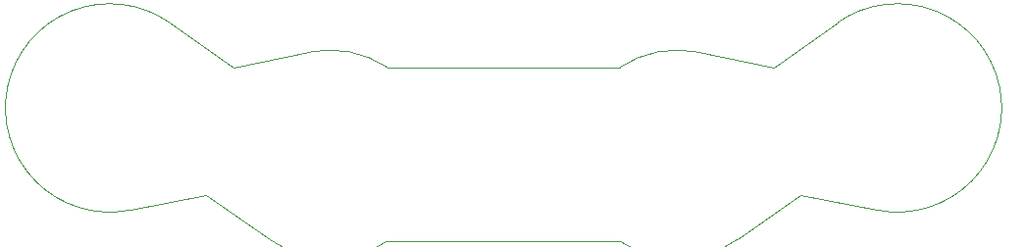
<source format=gm1>
G04*
G04 #@! TF.GenerationSoftware,Altium Limited,Altium Designer,21.9.1 (22)*
G04*
G04 Layer_Color=16711935*
%FSLAX44Y44*%
%MOMM*%
G71*
G04*
G04 #@! TF.SameCoordinates,81DEB5EB-2B88-4DC7-9A2F-18DAF3EAFDE3*
G04*
G04*
G04 #@! TF.FilePolarity,Positive*
G04*
G01*
G75*
%ADD29C,0.0127*%
D29*
X641908Y703631D02*
G03*
X607846Y541838I-51845J-73567D01*
G01*
X829813Y665063D02*
G03*
X762281Y678289I-49749J-75000D01*
G01*
X1097847D02*
G03*
X1030314Y665063I-17783J-88226D01*
G01*
X1252281Y541838D02*
G03*
X1218219Y703631I17783J88226D01*
G01*
X1030314Y515064D02*
G03*
X1131908Y516496I49749J75000D01*
G01*
X728219D02*
G03*
X829813Y515064I51845J73567D01*
G01*
X641908Y703631D02*
X696641Y665059D01*
X762281Y678289D01*
X829813Y665063D02*
X1030314D01*
X1097847Y678289D02*
X1163485Y665059D01*
X1218219Y703631D01*
X1186641Y555068D02*
X1252281Y541838D01*
X1131908Y516496D02*
X1186641Y555068D01*
X829813Y515064D02*
X1030314D01*
X673485Y555068D02*
X728219Y516496D01*
X607846Y541838D02*
X673485Y555068D01*
M02*

</source>
